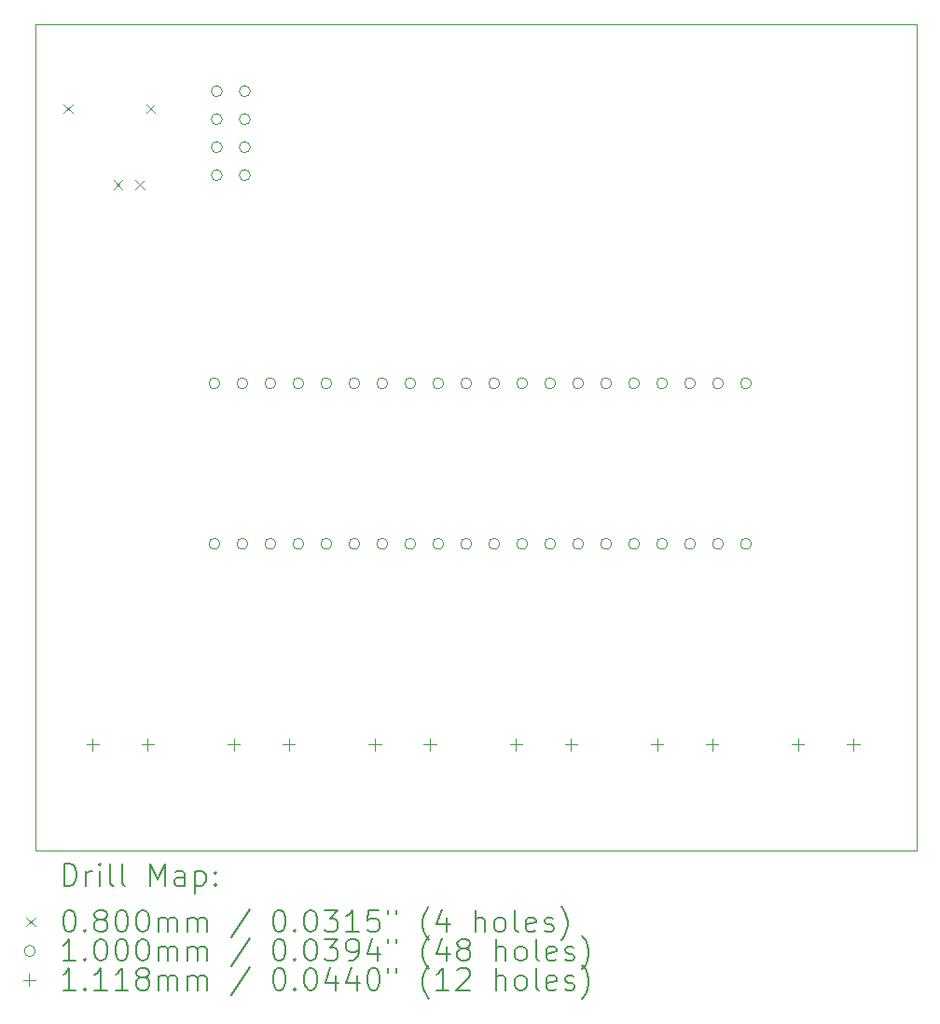
<source format=gbr>
%TF.GenerationSoftware,KiCad,Pcbnew,7.0.9*%
%TF.CreationDate,2024-01-09T15:59:06+02:00*%
%TF.ProjectId,PCB,5043422e-6b69-4636-9164-5f7063625858,rev?*%
%TF.SameCoordinates,Original*%
%TF.FileFunction,Drillmap*%
%TF.FilePolarity,Positive*%
%FSLAX45Y45*%
G04 Gerber Fmt 4.5, Leading zero omitted, Abs format (unit mm)*
G04 Created by KiCad (PCBNEW 7.0.9) date 2024-01-09 15:59:06*
%MOMM*%
%LPD*%
G01*
G04 APERTURE LIST*
%ADD10C,0.100000*%
%ADD11C,0.200000*%
%ADD12C,0.111760*%
G04 APERTURE END LIST*
D10*
X15358000Y-7848000D02*
X23358000Y-7848000D01*
X23358000Y-15348000D01*
X15358000Y-15348000D01*
X15358000Y-7848000D01*
D11*
D10*
X15609000Y-8572000D02*
X15689000Y-8652000D01*
X15689000Y-8572000D02*
X15609000Y-8652000D01*
X16064000Y-9262000D02*
X16144000Y-9342000D01*
X16144000Y-9262000D02*
X16064000Y-9342000D01*
X16264000Y-9262000D02*
X16344000Y-9342000D01*
X16344000Y-9262000D02*
X16264000Y-9342000D01*
X16359000Y-8572000D02*
X16439000Y-8652000D01*
X16439000Y-8572000D02*
X16359000Y-8652000D01*
X17029000Y-11103500D02*
G75*
G03*
X17029000Y-11103500I-50000J0D01*
G01*
X17029000Y-12561000D02*
G75*
G03*
X17029000Y-12561000I-50000J0D01*
G01*
X17050000Y-8452000D02*
G75*
G03*
X17050000Y-8452000I-50000J0D01*
G01*
X17050000Y-8706000D02*
G75*
G03*
X17050000Y-8706000I-50000J0D01*
G01*
X17050000Y-8960000D02*
G75*
G03*
X17050000Y-8960000I-50000J0D01*
G01*
X17050000Y-9214000D02*
G75*
G03*
X17050000Y-9214000I-50000J0D01*
G01*
X17283000Y-11103500D02*
G75*
G03*
X17283000Y-11103500I-50000J0D01*
G01*
X17283000Y-12561000D02*
G75*
G03*
X17283000Y-12561000I-50000J0D01*
G01*
X17304000Y-8452000D02*
G75*
G03*
X17304000Y-8452000I-50000J0D01*
G01*
X17304000Y-8706000D02*
G75*
G03*
X17304000Y-8706000I-50000J0D01*
G01*
X17304000Y-8960000D02*
G75*
G03*
X17304000Y-8960000I-50000J0D01*
G01*
X17304000Y-9214000D02*
G75*
G03*
X17304000Y-9214000I-50000J0D01*
G01*
X17537000Y-11103500D02*
G75*
G03*
X17537000Y-11103500I-50000J0D01*
G01*
X17537000Y-12561000D02*
G75*
G03*
X17537000Y-12561000I-50000J0D01*
G01*
X17791000Y-11103500D02*
G75*
G03*
X17791000Y-11103500I-50000J0D01*
G01*
X17791000Y-12561000D02*
G75*
G03*
X17791000Y-12561000I-50000J0D01*
G01*
X18045000Y-11103500D02*
G75*
G03*
X18045000Y-11103500I-50000J0D01*
G01*
X18045000Y-12561000D02*
G75*
G03*
X18045000Y-12561000I-50000J0D01*
G01*
X18299000Y-11103500D02*
G75*
G03*
X18299000Y-11103500I-50000J0D01*
G01*
X18299000Y-12561000D02*
G75*
G03*
X18299000Y-12561000I-50000J0D01*
G01*
X18553000Y-11103500D02*
G75*
G03*
X18553000Y-11103500I-50000J0D01*
G01*
X18553000Y-12561000D02*
G75*
G03*
X18553000Y-12561000I-50000J0D01*
G01*
X18807000Y-11103500D02*
G75*
G03*
X18807000Y-11103500I-50000J0D01*
G01*
X18807000Y-12561000D02*
G75*
G03*
X18807000Y-12561000I-50000J0D01*
G01*
X19061000Y-11103500D02*
G75*
G03*
X19061000Y-11103500I-50000J0D01*
G01*
X19061000Y-12561000D02*
G75*
G03*
X19061000Y-12561000I-50000J0D01*
G01*
X19315000Y-11103500D02*
G75*
G03*
X19315000Y-11103500I-50000J0D01*
G01*
X19315000Y-12561000D02*
G75*
G03*
X19315000Y-12561000I-50000J0D01*
G01*
X19569000Y-11103500D02*
G75*
G03*
X19569000Y-11103500I-50000J0D01*
G01*
X19569000Y-12561000D02*
G75*
G03*
X19569000Y-12561000I-50000J0D01*
G01*
X19823000Y-11103500D02*
G75*
G03*
X19823000Y-11103500I-50000J0D01*
G01*
X19823000Y-12561000D02*
G75*
G03*
X19823000Y-12561000I-50000J0D01*
G01*
X20077000Y-11103500D02*
G75*
G03*
X20077000Y-11103500I-50000J0D01*
G01*
X20077000Y-12561000D02*
G75*
G03*
X20077000Y-12561000I-50000J0D01*
G01*
X20331000Y-11103500D02*
G75*
G03*
X20331000Y-11103500I-50000J0D01*
G01*
X20331000Y-12561000D02*
G75*
G03*
X20331000Y-12561000I-50000J0D01*
G01*
X20585000Y-11103500D02*
G75*
G03*
X20585000Y-11103500I-50000J0D01*
G01*
X20585000Y-12561000D02*
G75*
G03*
X20585000Y-12561000I-50000J0D01*
G01*
X20839000Y-11103500D02*
G75*
G03*
X20839000Y-11103500I-50000J0D01*
G01*
X20839000Y-12561000D02*
G75*
G03*
X20839000Y-12561000I-50000J0D01*
G01*
X21093000Y-11103500D02*
G75*
G03*
X21093000Y-11103500I-50000J0D01*
G01*
X21093000Y-12561000D02*
G75*
G03*
X21093000Y-12561000I-50000J0D01*
G01*
X21347000Y-11103500D02*
G75*
G03*
X21347000Y-11103500I-50000J0D01*
G01*
X21347000Y-12561000D02*
G75*
G03*
X21347000Y-12561000I-50000J0D01*
G01*
X21601000Y-11103500D02*
G75*
G03*
X21601000Y-11103500I-50000J0D01*
G01*
X21601000Y-12561000D02*
G75*
G03*
X21601000Y-12561000I-50000J0D01*
G01*
X21855000Y-11103500D02*
G75*
G03*
X21855000Y-11103500I-50000J0D01*
G01*
X21855000Y-12561000D02*
G75*
G03*
X21855000Y-12561000I-50000J0D01*
G01*
D12*
X15873000Y-14325120D02*
X15873000Y-14436880D01*
X15817120Y-14381000D02*
X15928880Y-14381000D01*
X16373000Y-14325120D02*
X16373000Y-14436880D01*
X16317120Y-14381000D02*
X16428880Y-14381000D01*
X17154510Y-14325120D02*
X17154510Y-14436880D01*
X17098630Y-14381000D02*
X17210390Y-14381000D01*
X17654510Y-14325120D02*
X17654510Y-14436880D01*
X17598630Y-14381000D02*
X17710390Y-14381000D01*
X18436000Y-14325120D02*
X18436000Y-14436880D01*
X18380120Y-14381000D02*
X18491880Y-14381000D01*
X18936000Y-14325120D02*
X18936000Y-14436880D01*
X18880120Y-14381000D02*
X18991880Y-14381000D01*
X19717000Y-14325120D02*
X19717000Y-14436880D01*
X19661120Y-14381000D02*
X19772880Y-14381000D01*
X20217000Y-14325120D02*
X20217000Y-14436880D01*
X20161120Y-14381000D02*
X20272880Y-14381000D01*
X20998000Y-14325120D02*
X20998000Y-14436880D01*
X20942120Y-14381000D02*
X21053880Y-14381000D01*
X21498000Y-14325120D02*
X21498000Y-14436880D01*
X21442120Y-14381000D02*
X21553880Y-14381000D01*
X22279000Y-14325120D02*
X22279000Y-14436880D01*
X22223120Y-14381000D02*
X22334880Y-14381000D01*
X22779000Y-14325120D02*
X22779000Y-14436880D01*
X22723120Y-14381000D02*
X22834880Y-14381000D01*
D11*
X15613777Y-15664484D02*
X15613777Y-15464484D01*
X15613777Y-15464484D02*
X15661396Y-15464484D01*
X15661396Y-15464484D02*
X15689967Y-15474008D01*
X15689967Y-15474008D02*
X15709015Y-15493055D01*
X15709015Y-15493055D02*
X15718539Y-15512103D01*
X15718539Y-15512103D02*
X15728062Y-15550198D01*
X15728062Y-15550198D02*
X15728062Y-15578769D01*
X15728062Y-15578769D02*
X15718539Y-15616865D01*
X15718539Y-15616865D02*
X15709015Y-15635912D01*
X15709015Y-15635912D02*
X15689967Y-15654960D01*
X15689967Y-15654960D02*
X15661396Y-15664484D01*
X15661396Y-15664484D02*
X15613777Y-15664484D01*
X15813777Y-15664484D02*
X15813777Y-15531150D01*
X15813777Y-15569246D02*
X15823301Y-15550198D01*
X15823301Y-15550198D02*
X15832824Y-15540674D01*
X15832824Y-15540674D02*
X15851872Y-15531150D01*
X15851872Y-15531150D02*
X15870920Y-15531150D01*
X15937586Y-15664484D02*
X15937586Y-15531150D01*
X15937586Y-15464484D02*
X15928062Y-15474008D01*
X15928062Y-15474008D02*
X15937586Y-15483531D01*
X15937586Y-15483531D02*
X15947110Y-15474008D01*
X15947110Y-15474008D02*
X15937586Y-15464484D01*
X15937586Y-15464484D02*
X15937586Y-15483531D01*
X16061396Y-15664484D02*
X16042348Y-15654960D01*
X16042348Y-15654960D02*
X16032824Y-15635912D01*
X16032824Y-15635912D02*
X16032824Y-15464484D01*
X16166158Y-15664484D02*
X16147110Y-15654960D01*
X16147110Y-15654960D02*
X16137586Y-15635912D01*
X16137586Y-15635912D02*
X16137586Y-15464484D01*
X16394729Y-15664484D02*
X16394729Y-15464484D01*
X16394729Y-15464484D02*
X16461396Y-15607341D01*
X16461396Y-15607341D02*
X16528062Y-15464484D01*
X16528062Y-15464484D02*
X16528062Y-15664484D01*
X16709015Y-15664484D02*
X16709015Y-15559722D01*
X16709015Y-15559722D02*
X16699491Y-15540674D01*
X16699491Y-15540674D02*
X16680443Y-15531150D01*
X16680443Y-15531150D02*
X16642348Y-15531150D01*
X16642348Y-15531150D02*
X16623301Y-15540674D01*
X16709015Y-15654960D02*
X16689967Y-15664484D01*
X16689967Y-15664484D02*
X16642348Y-15664484D01*
X16642348Y-15664484D02*
X16623301Y-15654960D01*
X16623301Y-15654960D02*
X16613777Y-15635912D01*
X16613777Y-15635912D02*
X16613777Y-15616865D01*
X16613777Y-15616865D02*
X16623301Y-15597817D01*
X16623301Y-15597817D02*
X16642348Y-15588293D01*
X16642348Y-15588293D02*
X16689967Y-15588293D01*
X16689967Y-15588293D02*
X16709015Y-15578769D01*
X16804253Y-15531150D02*
X16804253Y-15731150D01*
X16804253Y-15540674D02*
X16823301Y-15531150D01*
X16823301Y-15531150D02*
X16861396Y-15531150D01*
X16861396Y-15531150D02*
X16880444Y-15540674D01*
X16880444Y-15540674D02*
X16889967Y-15550198D01*
X16889967Y-15550198D02*
X16899491Y-15569246D01*
X16899491Y-15569246D02*
X16899491Y-15626388D01*
X16899491Y-15626388D02*
X16889967Y-15645436D01*
X16889967Y-15645436D02*
X16880444Y-15654960D01*
X16880444Y-15654960D02*
X16861396Y-15664484D01*
X16861396Y-15664484D02*
X16823301Y-15664484D01*
X16823301Y-15664484D02*
X16804253Y-15654960D01*
X16985205Y-15645436D02*
X16994729Y-15654960D01*
X16994729Y-15654960D02*
X16985205Y-15664484D01*
X16985205Y-15664484D02*
X16975682Y-15654960D01*
X16975682Y-15654960D02*
X16985205Y-15645436D01*
X16985205Y-15645436D02*
X16985205Y-15664484D01*
X16985205Y-15540674D02*
X16994729Y-15550198D01*
X16994729Y-15550198D02*
X16985205Y-15559722D01*
X16985205Y-15559722D02*
X16975682Y-15550198D01*
X16975682Y-15550198D02*
X16985205Y-15540674D01*
X16985205Y-15540674D02*
X16985205Y-15559722D01*
D10*
X15273000Y-15953000D02*
X15353000Y-16033000D01*
X15353000Y-15953000D02*
X15273000Y-16033000D01*
D11*
X15651872Y-15884484D02*
X15670920Y-15884484D01*
X15670920Y-15884484D02*
X15689967Y-15894008D01*
X15689967Y-15894008D02*
X15699491Y-15903531D01*
X15699491Y-15903531D02*
X15709015Y-15922579D01*
X15709015Y-15922579D02*
X15718539Y-15960674D01*
X15718539Y-15960674D02*
X15718539Y-16008293D01*
X15718539Y-16008293D02*
X15709015Y-16046388D01*
X15709015Y-16046388D02*
X15699491Y-16065436D01*
X15699491Y-16065436D02*
X15689967Y-16074960D01*
X15689967Y-16074960D02*
X15670920Y-16084484D01*
X15670920Y-16084484D02*
X15651872Y-16084484D01*
X15651872Y-16084484D02*
X15632824Y-16074960D01*
X15632824Y-16074960D02*
X15623301Y-16065436D01*
X15623301Y-16065436D02*
X15613777Y-16046388D01*
X15613777Y-16046388D02*
X15604253Y-16008293D01*
X15604253Y-16008293D02*
X15604253Y-15960674D01*
X15604253Y-15960674D02*
X15613777Y-15922579D01*
X15613777Y-15922579D02*
X15623301Y-15903531D01*
X15623301Y-15903531D02*
X15632824Y-15894008D01*
X15632824Y-15894008D02*
X15651872Y-15884484D01*
X15804253Y-16065436D02*
X15813777Y-16074960D01*
X15813777Y-16074960D02*
X15804253Y-16084484D01*
X15804253Y-16084484D02*
X15794729Y-16074960D01*
X15794729Y-16074960D02*
X15804253Y-16065436D01*
X15804253Y-16065436D02*
X15804253Y-16084484D01*
X15928062Y-15970198D02*
X15909015Y-15960674D01*
X15909015Y-15960674D02*
X15899491Y-15951150D01*
X15899491Y-15951150D02*
X15889967Y-15932103D01*
X15889967Y-15932103D02*
X15889967Y-15922579D01*
X15889967Y-15922579D02*
X15899491Y-15903531D01*
X15899491Y-15903531D02*
X15909015Y-15894008D01*
X15909015Y-15894008D02*
X15928062Y-15884484D01*
X15928062Y-15884484D02*
X15966158Y-15884484D01*
X15966158Y-15884484D02*
X15985205Y-15894008D01*
X15985205Y-15894008D02*
X15994729Y-15903531D01*
X15994729Y-15903531D02*
X16004253Y-15922579D01*
X16004253Y-15922579D02*
X16004253Y-15932103D01*
X16004253Y-15932103D02*
X15994729Y-15951150D01*
X15994729Y-15951150D02*
X15985205Y-15960674D01*
X15985205Y-15960674D02*
X15966158Y-15970198D01*
X15966158Y-15970198D02*
X15928062Y-15970198D01*
X15928062Y-15970198D02*
X15909015Y-15979722D01*
X15909015Y-15979722D02*
X15899491Y-15989246D01*
X15899491Y-15989246D02*
X15889967Y-16008293D01*
X15889967Y-16008293D02*
X15889967Y-16046388D01*
X15889967Y-16046388D02*
X15899491Y-16065436D01*
X15899491Y-16065436D02*
X15909015Y-16074960D01*
X15909015Y-16074960D02*
X15928062Y-16084484D01*
X15928062Y-16084484D02*
X15966158Y-16084484D01*
X15966158Y-16084484D02*
X15985205Y-16074960D01*
X15985205Y-16074960D02*
X15994729Y-16065436D01*
X15994729Y-16065436D02*
X16004253Y-16046388D01*
X16004253Y-16046388D02*
X16004253Y-16008293D01*
X16004253Y-16008293D02*
X15994729Y-15989246D01*
X15994729Y-15989246D02*
X15985205Y-15979722D01*
X15985205Y-15979722D02*
X15966158Y-15970198D01*
X16128062Y-15884484D02*
X16147110Y-15884484D01*
X16147110Y-15884484D02*
X16166158Y-15894008D01*
X16166158Y-15894008D02*
X16175682Y-15903531D01*
X16175682Y-15903531D02*
X16185205Y-15922579D01*
X16185205Y-15922579D02*
X16194729Y-15960674D01*
X16194729Y-15960674D02*
X16194729Y-16008293D01*
X16194729Y-16008293D02*
X16185205Y-16046388D01*
X16185205Y-16046388D02*
X16175682Y-16065436D01*
X16175682Y-16065436D02*
X16166158Y-16074960D01*
X16166158Y-16074960D02*
X16147110Y-16084484D01*
X16147110Y-16084484D02*
X16128062Y-16084484D01*
X16128062Y-16084484D02*
X16109015Y-16074960D01*
X16109015Y-16074960D02*
X16099491Y-16065436D01*
X16099491Y-16065436D02*
X16089967Y-16046388D01*
X16089967Y-16046388D02*
X16080443Y-16008293D01*
X16080443Y-16008293D02*
X16080443Y-15960674D01*
X16080443Y-15960674D02*
X16089967Y-15922579D01*
X16089967Y-15922579D02*
X16099491Y-15903531D01*
X16099491Y-15903531D02*
X16109015Y-15894008D01*
X16109015Y-15894008D02*
X16128062Y-15884484D01*
X16318539Y-15884484D02*
X16337586Y-15884484D01*
X16337586Y-15884484D02*
X16356634Y-15894008D01*
X16356634Y-15894008D02*
X16366158Y-15903531D01*
X16366158Y-15903531D02*
X16375682Y-15922579D01*
X16375682Y-15922579D02*
X16385205Y-15960674D01*
X16385205Y-15960674D02*
X16385205Y-16008293D01*
X16385205Y-16008293D02*
X16375682Y-16046388D01*
X16375682Y-16046388D02*
X16366158Y-16065436D01*
X16366158Y-16065436D02*
X16356634Y-16074960D01*
X16356634Y-16074960D02*
X16337586Y-16084484D01*
X16337586Y-16084484D02*
X16318539Y-16084484D01*
X16318539Y-16084484D02*
X16299491Y-16074960D01*
X16299491Y-16074960D02*
X16289967Y-16065436D01*
X16289967Y-16065436D02*
X16280443Y-16046388D01*
X16280443Y-16046388D02*
X16270920Y-16008293D01*
X16270920Y-16008293D02*
X16270920Y-15960674D01*
X16270920Y-15960674D02*
X16280443Y-15922579D01*
X16280443Y-15922579D02*
X16289967Y-15903531D01*
X16289967Y-15903531D02*
X16299491Y-15894008D01*
X16299491Y-15894008D02*
X16318539Y-15884484D01*
X16470920Y-16084484D02*
X16470920Y-15951150D01*
X16470920Y-15970198D02*
X16480443Y-15960674D01*
X16480443Y-15960674D02*
X16499491Y-15951150D01*
X16499491Y-15951150D02*
X16528063Y-15951150D01*
X16528063Y-15951150D02*
X16547110Y-15960674D01*
X16547110Y-15960674D02*
X16556634Y-15979722D01*
X16556634Y-15979722D02*
X16556634Y-16084484D01*
X16556634Y-15979722D02*
X16566158Y-15960674D01*
X16566158Y-15960674D02*
X16585205Y-15951150D01*
X16585205Y-15951150D02*
X16613777Y-15951150D01*
X16613777Y-15951150D02*
X16632824Y-15960674D01*
X16632824Y-15960674D02*
X16642348Y-15979722D01*
X16642348Y-15979722D02*
X16642348Y-16084484D01*
X16737586Y-16084484D02*
X16737586Y-15951150D01*
X16737586Y-15970198D02*
X16747110Y-15960674D01*
X16747110Y-15960674D02*
X16766158Y-15951150D01*
X16766158Y-15951150D02*
X16794729Y-15951150D01*
X16794729Y-15951150D02*
X16813777Y-15960674D01*
X16813777Y-15960674D02*
X16823301Y-15979722D01*
X16823301Y-15979722D02*
X16823301Y-16084484D01*
X16823301Y-15979722D02*
X16832825Y-15960674D01*
X16832825Y-15960674D02*
X16851872Y-15951150D01*
X16851872Y-15951150D02*
X16880444Y-15951150D01*
X16880444Y-15951150D02*
X16899491Y-15960674D01*
X16899491Y-15960674D02*
X16909015Y-15979722D01*
X16909015Y-15979722D02*
X16909015Y-16084484D01*
X17299491Y-15874960D02*
X17128063Y-16132103D01*
X17556634Y-15884484D02*
X17575682Y-15884484D01*
X17575682Y-15884484D02*
X17594729Y-15894008D01*
X17594729Y-15894008D02*
X17604253Y-15903531D01*
X17604253Y-15903531D02*
X17613777Y-15922579D01*
X17613777Y-15922579D02*
X17623301Y-15960674D01*
X17623301Y-15960674D02*
X17623301Y-16008293D01*
X17623301Y-16008293D02*
X17613777Y-16046388D01*
X17613777Y-16046388D02*
X17604253Y-16065436D01*
X17604253Y-16065436D02*
X17594729Y-16074960D01*
X17594729Y-16074960D02*
X17575682Y-16084484D01*
X17575682Y-16084484D02*
X17556634Y-16084484D01*
X17556634Y-16084484D02*
X17537587Y-16074960D01*
X17537587Y-16074960D02*
X17528063Y-16065436D01*
X17528063Y-16065436D02*
X17518539Y-16046388D01*
X17518539Y-16046388D02*
X17509015Y-16008293D01*
X17509015Y-16008293D02*
X17509015Y-15960674D01*
X17509015Y-15960674D02*
X17518539Y-15922579D01*
X17518539Y-15922579D02*
X17528063Y-15903531D01*
X17528063Y-15903531D02*
X17537587Y-15894008D01*
X17537587Y-15894008D02*
X17556634Y-15884484D01*
X17709015Y-16065436D02*
X17718539Y-16074960D01*
X17718539Y-16074960D02*
X17709015Y-16084484D01*
X17709015Y-16084484D02*
X17699491Y-16074960D01*
X17699491Y-16074960D02*
X17709015Y-16065436D01*
X17709015Y-16065436D02*
X17709015Y-16084484D01*
X17842348Y-15884484D02*
X17861396Y-15884484D01*
X17861396Y-15884484D02*
X17880444Y-15894008D01*
X17880444Y-15894008D02*
X17889968Y-15903531D01*
X17889968Y-15903531D02*
X17899491Y-15922579D01*
X17899491Y-15922579D02*
X17909015Y-15960674D01*
X17909015Y-15960674D02*
X17909015Y-16008293D01*
X17909015Y-16008293D02*
X17899491Y-16046388D01*
X17899491Y-16046388D02*
X17889968Y-16065436D01*
X17889968Y-16065436D02*
X17880444Y-16074960D01*
X17880444Y-16074960D02*
X17861396Y-16084484D01*
X17861396Y-16084484D02*
X17842348Y-16084484D01*
X17842348Y-16084484D02*
X17823301Y-16074960D01*
X17823301Y-16074960D02*
X17813777Y-16065436D01*
X17813777Y-16065436D02*
X17804253Y-16046388D01*
X17804253Y-16046388D02*
X17794729Y-16008293D01*
X17794729Y-16008293D02*
X17794729Y-15960674D01*
X17794729Y-15960674D02*
X17804253Y-15922579D01*
X17804253Y-15922579D02*
X17813777Y-15903531D01*
X17813777Y-15903531D02*
X17823301Y-15894008D01*
X17823301Y-15894008D02*
X17842348Y-15884484D01*
X17975682Y-15884484D02*
X18099491Y-15884484D01*
X18099491Y-15884484D02*
X18032825Y-15960674D01*
X18032825Y-15960674D02*
X18061396Y-15960674D01*
X18061396Y-15960674D02*
X18080444Y-15970198D01*
X18080444Y-15970198D02*
X18089968Y-15979722D01*
X18089968Y-15979722D02*
X18099491Y-15998769D01*
X18099491Y-15998769D02*
X18099491Y-16046388D01*
X18099491Y-16046388D02*
X18089968Y-16065436D01*
X18089968Y-16065436D02*
X18080444Y-16074960D01*
X18080444Y-16074960D02*
X18061396Y-16084484D01*
X18061396Y-16084484D02*
X18004253Y-16084484D01*
X18004253Y-16084484D02*
X17985206Y-16074960D01*
X17985206Y-16074960D02*
X17975682Y-16065436D01*
X18289968Y-16084484D02*
X18175682Y-16084484D01*
X18232825Y-16084484D02*
X18232825Y-15884484D01*
X18232825Y-15884484D02*
X18213777Y-15913055D01*
X18213777Y-15913055D02*
X18194729Y-15932103D01*
X18194729Y-15932103D02*
X18175682Y-15941627D01*
X18470920Y-15884484D02*
X18375682Y-15884484D01*
X18375682Y-15884484D02*
X18366158Y-15979722D01*
X18366158Y-15979722D02*
X18375682Y-15970198D01*
X18375682Y-15970198D02*
X18394729Y-15960674D01*
X18394729Y-15960674D02*
X18442349Y-15960674D01*
X18442349Y-15960674D02*
X18461396Y-15970198D01*
X18461396Y-15970198D02*
X18470920Y-15979722D01*
X18470920Y-15979722D02*
X18480444Y-15998769D01*
X18480444Y-15998769D02*
X18480444Y-16046388D01*
X18480444Y-16046388D02*
X18470920Y-16065436D01*
X18470920Y-16065436D02*
X18461396Y-16074960D01*
X18461396Y-16074960D02*
X18442349Y-16084484D01*
X18442349Y-16084484D02*
X18394729Y-16084484D01*
X18394729Y-16084484D02*
X18375682Y-16074960D01*
X18375682Y-16074960D02*
X18366158Y-16065436D01*
X18556634Y-15884484D02*
X18556634Y-15922579D01*
X18632825Y-15884484D02*
X18632825Y-15922579D01*
X18928063Y-16160674D02*
X18918539Y-16151150D01*
X18918539Y-16151150D02*
X18899491Y-16122579D01*
X18899491Y-16122579D02*
X18889968Y-16103531D01*
X18889968Y-16103531D02*
X18880444Y-16074960D01*
X18880444Y-16074960D02*
X18870920Y-16027341D01*
X18870920Y-16027341D02*
X18870920Y-15989246D01*
X18870920Y-15989246D02*
X18880444Y-15941627D01*
X18880444Y-15941627D02*
X18889968Y-15913055D01*
X18889968Y-15913055D02*
X18899491Y-15894008D01*
X18899491Y-15894008D02*
X18918539Y-15865436D01*
X18918539Y-15865436D02*
X18928063Y-15855912D01*
X19089968Y-15951150D02*
X19089968Y-16084484D01*
X19042349Y-15874960D02*
X18994730Y-16017817D01*
X18994730Y-16017817D02*
X19118539Y-16017817D01*
X19347111Y-16084484D02*
X19347111Y-15884484D01*
X19432825Y-16084484D02*
X19432825Y-15979722D01*
X19432825Y-15979722D02*
X19423301Y-15960674D01*
X19423301Y-15960674D02*
X19404253Y-15951150D01*
X19404253Y-15951150D02*
X19375682Y-15951150D01*
X19375682Y-15951150D02*
X19356634Y-15960674D01*
X19356634Y-15960674D02*
X19347111Y-15970198D01*
X19556634Y-16084484D02*
X19537587Y-16074960D01*
X19537587Y-16074960D02*
X19528063Y-16065436D01*
X19528063Y-16065436D02*
X19518539Y-16046388D01*
X19518539Y-16046388D02*
X19518539Y-15989246D01*
X19518539Y-15989246D02*
X19528063Y-15970198D01*
X19528063Y-15970198D02*
X19537587Y-15960674D01*
X19537587Y-15960674D02*
X19556634Y-15951150D01*
X19556634Y-15951150D02*
X19585206Y-15951150D01*
X19585206Y-15951150D02*
X19604253Y-15960674D01*
X19604253Y-15960674D02*
X19613777Y-15970198D01*
X19613777Y-15970198D02*
X19623301Y-15989246D01*
X19623301Y-15989246D02*
X19623301Y-16046388D01*
X19623301Y-16046388D02*
X19613777Y-16065436D01*
X19613777Y-16065436D02*
X19604253Y-16074960D01*
X19604253Y-16074960D02*
X19585206Y-16084484D01*
X19585206Y-16084484D02*
X19556634Y-16084484D01*
X19737587Y-16084484D02*
X19718539Y-16074960D01*
X19718539Y-16074960D02*
X19709015Y-16055912D01*
X19709015Y-16055912D02*
X19709015Y-15884484D01*
X19889968Y-16074960D02*
X19870920Y-16084484D01*
X19870920Y-16084484D02*
X19832825Y-16084484D01*
X19832825Y-16084484D02*
X19813777Y-16074960D01*
X19813777Y-16074960D02*
X19804253Y-16055912D01*
X19804253Y-16055912D02*
X19804253Y-15979722D01*
X19804253Y-15979722D02*
X19813777Y-15960674D01*
X19813777Y-15960674D02*
X19832825Y-15951150D01*
X19832825Y-15951150D02*
X19870920Y-15951150D01*
X19870920Y-15951150D02*
X19889968Y-15960674D01*
X19889968Y-15960674D02*
X19899492Y-15979722D01*
X19899492Y-15979722D02*
X19899492Y-15998769D01*
X19899492Y-15998769D02*
X19804253Y-16017817D01*
X19975682Y-16074960D02*
X19994730Y-16084484D01*
X19994730Y-16084484D02*
X20032825Y-16084484D01*
X20032825Y-16084484D02*
X20051873Y-16074960D01*
X20051873Y-16074960D02*
X20061396Y-16055912D01*
X20061396Y-16055912D02*
X20061396Y-16046388D01*
X20061396Y-16046388D02*
X20051873Y-16027341D01*
X20051873Y-16027341D02*
X20032825Y-16017817D01*
X20032825Y-16017817D02*
X20004253Y-16017817D01*
X20004253Y-16017817D02*
X19985206Y-16008293D01*
X19985206Y-16008293D02*
X19975682Y-15989246D01*
X19975682Y-15989246D02*
X19975682Y-15979722D01*
X19975682Y-15979722D02*
X19985206Y-15960674D01*
X19985206Y-15960674D02*
X20004253Y-15951150D01*
X20004253Y-15951150D02*
X20032825Y-15951150D01*
X20032825Y-15951150D02*
X20051873Y-15960674D01*
X20128063Y-16160674D02*
X20137587Y-16151150D01*
X20137587Y-16151150D02*
X20156634Y-16122579D01*
X20156634Y-16122579D02*
X20166158Y-16103531D01*
X20166158Y-16103531D02*
X20175682Y-16074960D01*
X20175682Y-16074960D02*
X20185206Y-16027341D01*
X20185206Y-16027341D02*
X20185206Y-15989246D01*
X20185206Y-15989246D02*
X20175682Y-15941627D01*
X20175682Y-15941627D02*
X20166158Y-15913055D01*
X20166158Y-15913055D02*
X20156634Y-15894008D01*
X20156634Y-15894008D02*
X20137587Y-15865436D01*
X20137587Y-15865436D02*
X20128063Y-15855912D01*
D10*
X15353000Y-16257000D02*
G75*
G03*
X15353000Y-16257000I-50000J0D01*
G01*
D11*
X15718539Y-16348484D02*
X15604253Y-16348484D01*
X15661396Y-16348484D02*
X15661396Y-16148484D01*
X15661396Y-16148484D02*
X15642348Y-16177055D01*
X15642348Y-16177055D02*
X15623301Y-16196103D01*
X15623301Y-16196103D02*
X15604253Y-16205627D01*
X15804253Y-16329436D02*
X15813777Y-16338960D01*
X15813777Y-16338960D02*
X15804253Y-16348484D01*
X15804253Y-16348484D02*
X15794729Y-16338960D01*
X15794729Y-16338960D02*
X15804253Y-16329436D01*
X15804253Y-16329436D02*
X15804253Y-16348484D01*
X15937586Y-16148484D02*
X15956634Y-16148484D01*
X15956634Y-16148484D02*
X15975682Y-16158008D01*
X15975682Y-16158008D02*
X15985205Y-16167531D01*
X15985205Y-16167531D02*
X15994729Y-16186579D01*
X15994729Y-16186579D02*
X16004253Y-16224674D01*
X16004253Y-16224674D02*
X16004253Y-16272293D01*
X16004253Y-16272293D02*
X15994729Y-16310388D01*
X15994729Y-16310388D02*
X15985205Y-16329436D01*
X15985205Y-16329436D02*
X15975682Y-16338960D01*
X15975682Y-16338960D02*
X15956634Y-16348484D01*
X15956634Y-16348484D02*
X15937586Y-16348484D01*
X15937586Y-16348484D02*
X15918539Y-16338960D01*
X15918539Y-16338960D02*
X15909015Y-16329436D01*
X15909015Y-16329436D02*
X15899491Y-16310388D01*
X15899491Y-16310388D02*
X15889967Y-16272293D01*
X15889967Y-16272293D02*
X15889967Y-16224674D01*
X15889967Y-16224674D02*
X15899491Y-16186579D01*
X15899491Y-16186579D02*
X15909015Y-16167531D01*
X15909015Y-16167531D02*
X15918539Y-16158008D01*
X15918539Y-16158008D02*
X15937586Y-16148484D01*
X16128062Y-16148484D02*
X16147110Y-16148484D01*
X16147110Y-16148484D02*
X16166158Y-16158008D01*
X16166158Y-16158008D02*
X16175682Y-16167531D01*
X16175682Y-16167531D02*
X16185205Y-16186579D01*
X16185205Y-16186579D02*
X16194729Y-16224674D01*
X16194729Y-16224674D02*
X16194729Y-16272293D01*
X16194729Y-16272293D02*
X16185205Y-16310388D01*
X16185205Y-16310388D02*
X16175682Y-16329436D01*
X16175682Y-16329436D02*
X16166158Y-16338960D01*
X16166158Y-16338960D02*
X16147110Y-16348484D01*
X16147110Y-16348484D02*
X16128062Y-16348484D01*
X16128062Y-16348484D02*
X16109015Y-16338960D01*
X16109015Y-16338960D02*
X16099491Y-16329436D01*
X16099491Y-16329436D02*
X16089967Y-16310388D01*
X16089967Y-16310388D02*
X16080443Y-16272293D01*
X16080443Y-16272293D02*
X16080443Y-16224674D01*
X16080443Y-16224674D02*
X16089967Y-16186579D01*
X16089967Y-16186579D02*
X16099491Y-16167531D01*
X16099491Y-16167531D02*
X16109015Y-16158008D01*
X16109015Y-16158008D02*
X16128062Y-16148484D01*
X16318539Y-16148484D02*
X16337586Y-16148484D01*
X16337586Y-16148484D02*
X16356634Y-16158008D01*
X16356634Y-16158008D02*
X16366158Y-16167531D01*
X16366158Y-16167531D02*
X16375682Y-16186579D01*
X16375682Y-16186579D02*
X16385205Y-16224674D01*
X16385205Y-16224674D02*
X16385205Y-16272293D01*
X16385205Y-16272293D02*
X16375682Y-16310388D01*
X16375682Y-16310388D02*
X16366158Y-16329436D01*
X16366158Y-16329436D02*
X16356634Y-16338960D01*
X16356634Y-16338960D02*
X16337586Y-16348484D01*
X16337586Y-16348484D02*
X16318539Y-16348484D01*
X16318539Y-16348484D02*
X16299491Y-16338960D01*
X16299491Y-16338960D02*
X16289967Y-16329436D01*
X16289967Y-16329436D02*
X16280443Y-16310388D01*
X16280443Y-16310388D02*
X16270920Y-16272293D01*
X16270920Y-16272293D02*
X16270920Y-16224674D01*
X16270920Y-16224674D02*
X16280443Y-16186579D01*
X16280443Y-16186579D02*
X16289967Y-16167531D01*
X16289967Y-16167531D02*
X16299491Y-16158008D01*
X16299491Y-16158008D02*
X16318539Y-16148484D01*
X16470920Y-16348484D02*
X16470920Y-16215150D01*
X16470920Y-16234198D02*
X16480443Y-16224674D01*
X16480443Y-16224674D02*
X16499491Y-16215150D01*
X16499491Y-16215150D02*
X16528063Y-16215150D01*
X16528063Y-16215150D02*
X16547110Y-16224674D01*
X16547110Y-16224674D02*
X16556634Y-16243722D01*
X16556634Y-16243722D02*
X16556634Y-16348484D01*
X16556634Y-16243722D02*
X16566158Y-16224674D01*
X16566158Y-16224674D02*
X16585205Y-16215150D01*
X16585205Y-16215150D02*
X16613777Y-16215150D01*
X16613777Y-16215150D02*
X16632824Y-16224674D01*
X16632824Y-16224674D02*
X16642348Y-16243722D01*
X16642348Y-16243722D02*
X16642348Y-16348484D01*
X16737586Y-16348484D02*
X16737586Y-16215150D01*
X16737586Y-16234198D02*
X16747110Y-16224674D01*
X16747110Y-16224674D02*
X16766158Y-16215150D01*
X16766158Y-16215150D02*
X16794729Y-16215150D01*
X16794729Y-16215150D02*
X16813777Y-16224674D01*
X16813777Y-16224674D02*
X16823301Y-16243722D01*
X16823301Y-16243722D02*
X16823301Y-16348484D01*
X16823301Y-16243722D02*
X16832825Y-16224674D01*
X16832825Y-16224674D02*
X16851872Y-16215150D01*
X16851872Y-16215150D02*
X16880444Y-16215150D01*
X16880444Y-16215150D02*
X16899491Y-16224674D01*
X16899491Y-16224674D02*
X16909015Y-16243722D01*
X16909015Y-16243722D02*
X16909015Y-16348484D01*
X17299491Y-16138960D02*
X17128063Y-16396103D01*
X17556634Y-16148484D02*
X17575682Y-16148484D01*
X17575682Y-16148484D02*
X17594729Y-16158008D01*
X17594729Y-16158008D02*
X17604253Y-16167531D01*
X17604253Y-16167531D02*
X17613777Y-16186579D01*
X17613777Y-16186579D02*
X17623301Y-16224674D01*
X17623301Y-16224674D02*
X17623301Y-16272293D01*
X17623301Y-16272293D02*
X17613777Y-16310388D01*
X17613777Y-16310388D02*
X17604253Y-16329436D01*
X17604253Y-16329436D02*
X17594729Y-16338960D01*
X17594729Y-16338960D02*
X17575682Y-16348484D01*
X17575682Y-16348484D02*
X17556634Y-16348484D01*
X17556634Y-16348484D02*
X17537587Y-16338960D01*
X17537587Y-16338960D02*
X17528063Y-16329436D01*
X17528063Y-16329436D02*
X17518539Y-16310388D01*
X17518539Y-16310388D02*
X17509015Y-16272293D01*
X17509015Y-16272293D02*
X17509015Y-16224674D01*
X17509015Y-16224674D02*
X17518539Y-16186579D01*
X17518539Y-16186579D02*
X17528063Y-16167531D01*
X17528063Y-16167531D02*
X17537587Y-16158008D01*
X17537587Y-16158008D02*
X17556634Y-16148484D01*
X17709015Y-16329436D02*
X17718539Y-16338960D01*
X17718539Y-16338960D02*
X17709015Y-16348484D01*
X17709015Y-16348484D02*
X17699491Y-16338960D01*
X17699491Y-16338960D02*
X17709015Y-16329436D01*
X17709015Y-16329436D02*
X17709015Y-16348484D01*
X17842348Y-16148484D02*
X17861396Y-16148484D01*
X17861396Y-16148484D02*
X17880444Y-16158008D01*
X17880444Y-16158008D02*
X17889968Y-16167531D01*
X17889968Y-16167531D02*
X17899491Y-16186579D01*
X17899491Y-16186579D02*
X17909015Y-16224674D01*
X17909015Y-16224674D02*
X17909015Y-16272293D01*
X17909015Y-16272293D02*
X17899491Y-16310388D01*
X17899491Y-16310388D02*
X17889968Y-16329436D01*
X17889968Y-16329436D02*
X17880444Y-16338960D01*
X17880444Y-16338960D02*
X17861396Y-16348484D01*
X17861396Y-16348484D02*
X17842348Y-16348484D01*
X17842348Y-16348484D02*
X17823301Y-16338960D01*
X17823301Y-16338960D02*
X17813777Y-16329436D01*
X17813777Y-16329436D02*
X17804253Y-16310388D01*
X17804253Y-16310388D02*
X17794729Y-16272293D01*
X17794729Y-16272293D02*
X17794729Y-16224674D01*
X17794729Y-16224674D02*
X17804253Y-16186579D01*
X17804253Y-16186579D02*
X17813777Y-16167531D01*
X17813777Y-16167531D02*
X17823301Y-16158008D01*
X17823301Y-16158008D02*
X17842348Y-16148484D01*
X17975682Y-16148484D02*
X18099491Y-16148484D01*
X18099491Y-16148484D02*
X18032825Y-16224674D01*
X18032825Y-16224674D02*
X18061396Y-16224674D01*
X18061396Y-16224674D02*
X18080444Y-16234198D01*
X18080444Y-16234198D02*
X18089968Y-16243722D01*
X18089968Y-16243722D02*
X18099491Y-16262769D01*
X18099491Y-16262769D02*
X18099491Y-16310388D01*
X18099491Y-16310388D02*
X18089968Y-16329436D01*
X18089968Y-16329436D02*
X18080444Y-16338960D01*
X18080444Y-16338960D02*
X18061396Y-16348484D01*
X18061396Y-16348484D02*
X18004253Y-16348484D01*
X18004253Y-16348484D02*
X17985206Y-16338960D01*
X17985206Y-16338960D02*
X17975682Y-16329436D01*
X18194729Y-16348484D02*
X18232825Y-16348484D01*
X18232825Y-16348484D02*
X18251872Y-16338960D01*
X18251872Y-16338960D02*
X18261396Y-16329436D01*
X18261396Y-16329436D02*
X18280444Y-16300865D01*
X18280444Y-16300865D02*
X18289968Y-16262769D01*
X18289968Y-16262769D02*
X18289968Y-16186579D01*
X18289968Y-16186579D02*
X18280444Y-16167531D01*
X18280444Y-16167531D02*
X18270920Y-16158008D01*
X18270920Y-16158008D02*
X18251872Y-16148484D01*
X18251872Y-16148484D02*
X18213777Y-16148484D01*
X18213777Y-16148484D02*
X18194729Y-16158008D01*
X18194729Y-16158008D02*
X18185206Y-16167531D01*
X18185206Y-16167531D02*
X18175682Y-16186579D01*
X18175682Y-16186579D02*
X18175682Y-16234198D01*
X18175682Y-16234198D02*
X18185206Y-16253246D01*
X18185206Y-16253246D02*
X18194729Y-16262769D01*
X18194729Y-16262769D02*
X18213777Y-16272293D01*
X18213777Y-16272293D02*
X18251872Y-16272293D01*
X18251872Y-16272293D02*
X18270920Y-16262769D01*
X18270920Y-16262769D02*
X18280444Y-16253246D01*
X18280444Y-16253246D02*
X18289968Y-16234198D01*
X18461396Y-16215150D02*
X18461396Y-16348484D01*
X18413777Y-16138960D02*
X18366158Y-16281817D01*
X18366158Y-16281817D02*
X18489968Y-16281817D01*
X18556634Y-16148484D02*
X18556634Y-16186579D01*
X18632825Y-16148484D02*
X18632825Y-16186579D01*
X18928063Y-16424674D02*
X18918539Y-16415150D01*
X18918539Y-16415150D02*
X18899491Y-16386579D01*
X18899491Y-16386579D02*
X18889968Y-16367531D01*
X18889968Y-16367531D02*
X18880444Y-16338960D01*
X18880444Y-16338960D02*
X18870920Y-16291341D01*
X18870920Y-16291341D02*
X18870920Y-16253246D01*
X18870920Y-16253246D02*
X18880444Y-16205627D01*
X18880444Y-16205627D02*
X18889968Y-16177055D01*
X18889968Y-16177055D02*
X18899491Y-16158008D01*
X18899491Y-16158008D02*
X18918539Y-16129436D01*
X18918539Y-16129436D02*
X18928063Y-16119912D01*
X19089968Y-16215150D02*
X19089968Y-16348484D01*
X19042349Y-16138960D02*
X18994730Y-16281817D01*
X18994730Y-16281817D02*
X19118539Y-16281817D01*
X19223301Y-16234198D02*
X19204253Y-16224674D01*
X19204253Y-16224674D02*
X19194730Y-16215150D01*
X19194730Y-16215150D02*
X19185206Y-16196103D01*
X19185206Y-16196103D02*
X19185206Y-16186579D01*
X19185206Y-16186579D02*
X19194730Y-16167531D01*
X19194730Y-16167531D02*
X19204253Y-16158008D01*
X19204253Y-16158008D02*
X19223301Y-16148484D01*
X19223301Y-16148484D02*
X19261396Y-16148484D01*
X19261396Y-16148484D02*
X19280444Y-16158008D01*
X19280444Y-16158008D02*
X19289968Y-16167531D01*
X19289968Y-16167531D02*
X19299491Y-16186579D01*
X19299491Y-16186579D02*
X19299491Y-16196103D01*
X19299491Y-16196103D02*
X19289968Y-16215150D01*
X19289968Y-16215150D02*
X19280444Y-16224674D01*
X19280444Y-16224674D02*
X19261396Y-16234198D01*
X19261396Y-16234198D02*
X19223301Y-16234198D01*
X19223301Y-16234198D02*
X19204253Y-16243722D01*
X19204253Y-16243722D02*
X19194730Y-16253246D01*
X19194730Y-16253246D02*
X19185206Y-16272293D01*
X19185206Y-16272293D02*
X19185206Y-16310388D01*
X19185206Y-16310388D02*
X19194730Y-16329436D01*
X19194730Y-16329436D02*
X19204253Y-16338960D01*
X19204253Y-16338960D02*
X19223301Y-16348484D01*
X19223301Y-16348484D02*
X19261396Y-16348484D01*
X19261396Y-16348484D02*
X19280444Y-16338960D01*
X19280444Y-16338960D02*
X19289968Y-16329436D01*
X19289968Y-16329436D02*
X19299491Y-16310388D01*
X19299491Y-16310388D02*
X19299491Y-16272293D01*
X19299491Y-16272293D02*
X19289968Y-16253246D01*
X19289968Y-16253246D02*
X19280444Y-16243722D01*
X19280444Y-16243722D02*
X19261396Y-16234198D01*
X19537587Y-16348484D02*
X19537587Y-16148484D01*
X19623301Y-16348484D02*
X19623301Y-16243722D01*
X19623301Y-16243722D02*
X19613777Y-16224674D01*
X19613777Y-16224674D02*
X19594730Y-16215150D01*
X19594730Y-16215150D02*
X19566158Y-16215150D01*
X19566158Y-16215150D02*
X19547111Y-16224674D01*
X19547111Y-16224674D02*
X19537587Y-16234198D01*
X19747111Y-16348484D02*
X19728063Y-16338960D01*
X19728063Y-16338960D02*
X19718539Y-16329436D01*
X19718539Y-16329436D02*
X19709015Y-16310388D01*
X19709015Y-16310388D02*
X19709015Y-16253246D01*
X19709015Y-16253246D02*
X19718539Y-16234198D01*
X19718539Y-16234198D02*
X19728063Y-16224674D01*
X19728063Y-16224674D02*
X19747111Y-16215150D01*
X19747111Y-16215150D02*
X19775682Y-16215150D01*
X19775682Y-16215150D02*
X19794730Y-16224674D01*
X19794730Y-16224674D02*
X19804253Y-16234198D01*
X19804253Y-16234198D02*
X19813777Y-16253246D01*
X19813777Y-16253246D02*
X19813777Y-16310388D01*
X19813777Y-16310388D02*
X19804253Y-16329436D01*
X19804253Y-16329436D02*
X19794730Y-16338960D01*
X19794730Y-16338960D02*
X19775682Y-16348484D01*
X19775682Y-16348484D02*
X19747111Y-16348484D01*
X19928063Y-16348484D02*
X19909015Y-16338960D01*
X19909015Y-16338960D02*
X19899492Y-16319912D01*
X19899492Y-16319912D02*
X19899492Y-16148484D01*
X20080444Y-16338960D02*
X20061396Y-16348484D01*
X20061396Y-16348484D02*
X20023301Y-16348484D01*
X20023301Y-16348484D02*
X20004253Y-16338960D01*
X20004253Y-16338960D02*
X19994730Y-16319912D01*
X19994730Y-16319912D02*
X19994730Y-16243722D01*
X19994730Y-16243722D02*
X20004253Y-16224674D01*
X20004253Y-16224674D02*
X20023301Y-16215150D01*
X20023301Y-16215150D02*
X20061396Y-16215150D01*
X20061396Y-16215150D02*
X20080444Y-16224674D01*
X20080444Y-16224674D02*
X20089968Y-16243722D01*
X20089968Y-16243722D02*
X20089968Y-16262769D01*
X20089968Y-16262769D02*
X19994730Y-16281817D01*
X20166158Y-16338960D02*
X20185206Y-16348484D01*
X20185206Y-16348484D02*
X20223301Y-16348484D01*
X20223301Y-16348484D02*
X20242349Y-16338960D01*
X20242349Y-16338960D02*
X20251873Y-16319912D01*
X20251873Y-16319912D02*
X20251873Y-16310388D01*
X20251873Y-16310388D02*
X20242349Y-16291341D01*
X20242349Y-16291341D02*
X20223301Y-16281817D01*
X20223301Y-16281817D02*
X20194730Y-16281817D01*
X20194730Y-16281817D02*
X20175682Y-16272293D01*
X20175682Y-16272293D02*
X20166158Y-16253246D01*
X20166158Y-16253246D02*
X20166158Y-16243722D01*
X20166158Y-16243722D02*
X20175682Y-16224674D01*
X20175682Y-16224674D02*
X20194730Y-16215150D01*
X20194730Y-16215150D02*
X20223301Y-16215150D01*
X20223301Y-16215150D02*
X20242349Y-16224674D01*
X20318539Y-16424674D02*
X20328063Y-16415150D01*
X20328063Y-16415150D02*
X20347111Y-16386579D01*
X20347111Y-16386579D02*
X20356634Y-16367531D01*
X20356634Y-16367531D02*
X20366158Y-16338960D01*
X20366158Y-16338960D02*
X20375682Y-16291341D01*
X20375682Y-16291341D02*
X20375682Y-16253246D01*
X20375682Y-16253246D02*
X20366158Y-16205627D01*
X20366158Y-16205627D02*
X20356634Y-16177055D01*
X20356634Y-16177055D02*
X20347111Y-16158008D01*
X20347111Y-16158008D02*
X20328063Y-16129436D01*
X20328063Y-16129436D02*
X20318539Y-16119912D01*
D12*
X15297120Y-16465120D02*
X15297120Y-16576880D01*
X15241240Y-16521000D02*
X15353000Y-16521000D01*
D11*
X15718539Y-16612484D02*
X15604253Y-16612484D01*
X15661396Y-16612484D02*
X15661396Y-16412484D01*
X15661396Y-16412484D02*
X15642348Y-16441055D01*
X15642348Y-16441055D02*
X15623301Y-16460103D01*
X15623301Y-16460103D02*
X15604253Y-16469627D01*
X15804253Y-16593436D02*
X15813777Y-16602960D01*
X15813777Y-16602960D02*
X15804253Y-16612484D01*
X15804253Y-16612484D02*
X15794729Y-16602960D01*
X15794729Y-16602960D02*
X15804253Y-16593436D01*
X15804253Y-16593436D02*
X15804253Y-16612484D01*
X16004253Y-16612484D02*
X15889967Y-16612484D01*
X15947110Y-16612484D02*
X15947110Y-16412484D01*
X15947110Y-16412484D02*
X15928062Y-16441055D01*
X15928062Y-16441055D02*
X15909015Y-16460103D01*
X15909015Y-16460103D02*
X15889967Y-16469627D01*
X16194729Y-16612484D02*
X16080443Y-16612484D01*
X16137586Y-16612484D02*
X16137586Y-16412484D01*
X16137586Y-16412484D02*
X16118539Y-16441055D01*
X16118539Y-16441055D02*
X16099491Y-16460103D01*
X16099491Y-16460103D02*
X16080443Y-16469627D01*
X16309015Y-16498198D02*
X16289967Y-16488674D01*
X16289967Y-16488674D02*
X16280443Y-16479150D01*
X16280443Y-16479150D02*
X16270920Y-16460103D01*
X16270920Y-16460103D02*
X16270920Y-16450579D01*
X16270920Y-16450579D02*
X16280443Y-16431531D01*
X16280443Y-16431531D02*
X16289967Y-16422008D01*
X16289967Y-16422008D02*
X16309015Y-16412484D01*
X16309015Y-16412484D02*
X16347110Y-16412484D01*
X16347110Y-16412484D02*
X16366158Y-16422008D01*
X16366158Y-16422008D02*
X16375682Y-16431531D01*
X16375682Y-16431531D02*
X16385205Y-16450579D01*
X16385205Y-16450579D02*
X16385205Y-16460103D01*
X16385205Y-16460103D02*
X16375682Y-16479150D01*
X16375682Y-16479150D02*
X16366158Y-16488674D01*
X16366158Y-16488674D02*
X16347110Y-16498198D01*
X16347110Y-16498198D02*
X16309015Y-16498198D01*
X16309015Y-16498198D02*
X16289967Y-16507722D01*
X16289967Y-16507722D02*
X16280443Y-16517246D01*
X16280443Y-16517246D02*
X16270920Y-16536293D01*
X16270920Y-16536293D02*
X16270920Y-16574388D01*
X16270920Y-16574388D02*
X16280443Y-16593436D01*
X16280443Y-16593436D02*
X16289967Y-16602960D01*
X16289967Y-16602960D02*
X16309015Y-16612484D01*
X16309015Y-16612484D02*
X16347110Y-16612484D01*
X16347110Y-16612484D02*
X16366158Y-16602960D01*
X16366158Y-16602960D02*
X16375682Y-16593436D01*
X16375682Y-16593436D02*
X16385205Y-16574388D01*
X16385205Y-16574388D02*
X16385205Y-16536293D01*
X16385205Y-16536293D02*
X16375682Y-16517246D01*
X16375682Y-16517246D02*
X16366158Y-16507722D01*
X16366158Y-16507722D02*
X16347110Y-16498198D01*
X16470920Y-16612484D02*
X16470920Y-16479150D01*
X16470920Y-16498198D02*
X16480443Y-16488674D01*
X16480443Y-16488674D02*
X16499491Y-16479150D01*
X16499491Y-16479150D02*
X16528063Y-16479150D01*
X16528063Y-16479150D02*
X16547110Y-16488674D01*
X16547110Y-16488674D02*
X16556634Y-16507722D01*
X16556634Y-16507722D02*
X16556634Y-16612484D01*
X16556634Y-16507722D02*
X16566158Y-16488674D01*
X16566158Y-16488674D02*
X16585205Y-16479150D01*
X16585205Y-16479150D02*
X16613777Y-16479150D01*
X16613777Y-16479150D02*
X16632824Y-16488674D01*
X16632824Y-16488674D02*
X16642348Y-16507722D01*
X16642348Y-16507722D02*
X16642348Y-16612484D01*
X16737586Y-16612484D02*
X16737586Y-16479150D01*
X16737586Y-16498198D02*
X16747110Y-16488674D01*
X16747110Y-16488674D02*
X16766158Y-16479150D01*
X16766158Y-16479150D02*
X16794729Y-16479150D01*
X16794729Y-16479150D02*
X16813777Y-16488674D01*
X16813777Y-16488674D02*
X16823301Y-16507722D01*
X16823301Y-16507722D02*
X16823301Y-16612484D01*
X16823301Y-16507722D02*
X16832825Y-16488674D01*
X16832825Y-16488674D02*
X16851872Y-16479150D01*
X16851872Y-16479150D02*
X16880444Y-16479150D01*
X16880444Y-16479150D02*
X16899491Y-16488674D01*
X16899491Y-16488674D02*
X16909015Y-16507722D01*
X16909015Y-16507722D02*
X16909015Y-16612484D01*
X17299491Y-16402960D02*
X17128063Y-16660103D01*
X17556634Y-16412484D02*
X17575682Y-16412484D01*
X17575682Y-16412484D02*
X17594729Y-16422008D01*
X17594729Y-16422008D02*
X17604253Y-16431531D01*
X17604253Y-16431531D02*
X17613777Y-16450579D01*
X17613777Y-16450579D02*
X17623301Y-16488674D01*
X17623301Y-16488674D02*
X17623301Y-16536293D01*
X17623301Y-16536293D02*
X17613777Y-16574388D01*
X17613777Y-16574388D02*
X17604253Y-16593436D01*
X17604253Y-16593436D02*
X17594729Y-16602960D01*
X17594729Y-16602960D02*
X17575682Y-16612484D01*
X17575682Y-16612484D02*
X17556634Y-16612484D01*
X17556634Y-16612484D02*
X17537587Y-16602960D01*
X17537587Y-16602960D02*
X17528063Y-16593436D01*
X17528063Y-16593436D02*
X17518539Y-16574388D01*
X17518539Y-16574388D02*
X17509015Y-16536293D01*
X17509015Y-16536293D02*
X17509015Y-16488674D01*
X17509015Y-16488674D02*
X17518539Y-16450579D01*
X17518539Y-16450579D02*
X17528063Y-16431531D01*
X17528063Y-16431531D02*
X17537587Y-16422008D01*
X17537587Y-16422008D02*
X17556634Y-16412484D01*
X17709015Y-16593436D02*
X17718539Y-16602960D01*
X17718539Y-16602960D02*
X17709015Y-16612484D01*
X17709015Y-16612484D02*
X17699491Y-16602960D01*
X17699491Y-16602960D02*
X17709015Y-16593436D01*
X17709015Y-16593436D02*
X17709015Y-16612484D01*
X17842348Y-16412484D02*
X17861396Y-16412484D01*
X17861396Y-16412484D02*
X17880444Y-16422008D01*
X17880444Y-16422008D02*
X17889968Y-16431531D01*
X17889968Y-16431531D02*
X17899491Y-16450579D01*
X17899491Y-16450579D02*
X17909015Y-16488674D01*
X17909015Y-16488674D02*
X17909015Y-16536293D01*
X17909015Y-16536293D02*
X17899491Y-16574388D01*
X17899491Y-16574388D02*
X17889968Y-16593436D01*
X17889968Y-16593436D02*
X17880444Y-16602960D01*
X17880444Y-16602960D02*
X17861396Y-16612484D01*
X17861396Y-16612484D02*
X17842348Y-16612484D01*
X17842348Y-16612484D02*
X17823301Y-16602960D01*
X17823301Y-16602960D02*
X17813777Y-16593436D01*
X17813777Y-16593436D02*
X17804253Y-16574388D01*
X17804253Y-16574388D02*
X17794729Y-16536293D01*
X17794729Y-16536293D02*
X17794729Y-16488674D01*
X17794729Y-16488674D02*
X17804253Y-16450579D01*
X17804253Y-16450579D02*
X17813777Y-16431531D01*
X17813777Y-16431531D02*
X17823301Y-16422008D01*
X17823301Y-16422008D02*
X17842348Y-16412484D01*
X18080444Y-16479150D02*
X18080444Y-16612484D01*
X18032825Y-16402960D02*
X17985206Y-16545817D01*
X17985206Y-16545817D02*
X18109015Y-16545817D01*
X18270920Y-16479150D02*
X18270920Y-16612484D01*
X18223301Y-16402960D02*
X18175682Y-16545817D01*
X18175682Y-16545817D02*
X18299491Y-16545817D01*
X18413777Y-16412484D02*
X18432825Y-16412484D01*
X18432825Y-16412484D02*
X18451872Y-16422008D01*
X18451872Y-16422008D02*
X18461396Y-16431531D01*
X18461396Y-16431531D02*
X18470920Y-16450579D01*
X18470920Y-16450579D02*
X18480444Y-16488674D01*
X18480444Y-16488674D02*
X18480444Y-16536293D01*
X18480444Y-16536293D02*
X18470920Y-16574388D01*
X18470920Y-16574388D02*
X18461396Y-16593436D01*
X18461396Y-16593436D02*
X18451872Y-16602960D01*
X18451872Y-16602960D02*
X18432825Y-16612484D01*
X18432825Y-16612484D02*
X18413777Y-16612484D01*
X18413777Y-16612484D02*
X18394729Y-16602960D01*
X18394729Y-16602960D02*
X18385206Y-16593436D01*
X18385206Y-16593436D02*
X18375682Y-16574388D01*
X18375682Y-16574388D02*
X18366158Y-16536293D01*
X18366158Y-16536293D02*
X18366158Y-16488674D01*
X18366158Y-16488674D02*
X18375682Y-16450579D01*
X18375682Y-16450579D02*
X18385206Y-16431531D01*
X18385206Y-16431531D02*
X18394729Y-16422008D01*
X18394729Y-16422008D02*
X18413777Y-16412484D01*
X18556634Y-16412484D02*
X18556634Y-16450579D01*
X18632825Y-16412484D02*
X18632825Y-16450579D01*
X18928063Y-16688674D02*
X18918539Y-16679150D01*
X18918539Y-16679150D02*
X18899491Y-16650579D01*
X18899491Y-16650579D02*
X18889968Y-16631531D01*
X18889968Y-16631531D02*
X18880444Y-16602960D01*
X18880444Y-16602960D02*
X18870920Y-16555341D01*
X18870920Y-16555341D02*
X18870920Y-16517246D01*
X18870920Y-16517246D02*
X18880444Y-16469627D01*
X18880444Y-16469627D02*
X18889968Y-16441055D01*
X18889968Y-16441055D02*
X18899491Y-16422008D01*
X18899491Y-16422008D02*
X18918539Y-16393436D01*
X18918539Y-16393436D02*
X18928063Y-16383912D01*
X19109015Y-16612484D02*
X18994730Y-16612484D01*
X19051872Y-16612484D02*
X19051872Y-16412484D01*
X19051872Y-16412484D02*
X19032825Y-16441055D01*
X19032825Y-16441055D02*
X19013777Y-16460103D01*
X19013777Y-16460103D02*
X18994730Y-16469627D01*
X19185206Y-16431531D02*
X19194730Y-16422008D01*
X19194730Y-16422008D02*
X19213777Y-16412484D01*
X19213777Y-16412484D02*
X19261396Y-16412484D01*
X19261396Y-16412484D02*
X19280444Y-16422008D01*
X19280444Y-16422008D02*
X19289968Y-16431531D01*
X19289968Y-16431531D02*
X19299491Y-16450579D01*
X19299491Y-16450579D02*
X19299491Y-16469627D01*
X19299491Y-16469627D02*
X19289968Y-16498198D01*
X19289968Y-16498198D02*
X19175682Y-16612484D01*
X19175682Y-16612484D02*
X19299491Y-16612484D01*
X19537587Y-16612484D02*
X19537587Y-16412484D01*
X19623301Y-16612484D02*
X19623301Y-16507722D01*
X19623301Y-16507722D02*
X19613777Y-16488674D01*
X19613777Y-16488674D02*
X19594730Y-16479150D01*
X19594730Y-16479150D02*
X19566158Y-16479150D01*
X19566158Y-16479150D02*
X19547111Y-16488674D01*
X19547111Y-16488674D02*
X19537587Y-16498198D01*
X19747111Y-16612484D02*
X19728063Y-16602960D01*
X19728063Y-16602960D02*
X19718539Y-16593436D01*
X19718539Y-16593436D02*
X19709015Y-16574388D01*
X19709015Y-16574388D02*
X19709015Y-16517246D01*
X19709015Y-16517246D02*
X19718539Y-16498198D01*
X19718539Y-16498198D02*
X19728063Y-16488674D01*
X19728063Y-16488674D02*
X19747111Y-16479150D01*
X19747111Y-16479150D02*
X19775682Y-16479150D01*
X19775682Y-16479150D02*
X19794730Y-16488674D01*
X19794730Y-16488674D02*
X19804253Y-16498198D01*
X19804253Y-16498198D02*
X19813777Y-16517246D01*
X19813777Y-16517246D02*
X19813777Y-16574388D01*
X19813777Y-16574388D02*
X19804253Y-16593436D01*
X19804253Y-16593436D02*
X19794730Y-16602960D01*
X19794730Y-16602960D02*
X19775682Y-16612484D01*
X19775682Y-16612484D02*
X19747111Y-16612484D01*
X19928063Y-16612484D02*
X19909015Y-16602960D01*
X19909015Y-16602960D02*
X19899492Y-16583912D01*
X19899492Y-16583912D02*
X19899492Y-16412484D01*
X20080444Y-16602960D02*
X20061396Y-16612484D01*
X20061396Y-16612484D02*
X20023301Y-16612484D01*
X20023301Y-16612484D02*
X20004253Y-16602960D01*
X20004253Y-16602960D02*
X19994730Y-16583912D01*
X19994730Y-16583912D02*
X19994730Y-16507722D01*
X19994730Y-16507722D02*
X20004253Y-16488674D01*
X20004253Y-16488674D02*
X20023301Y-16479150D01*
X20023301Y-16479150D02*
X20061396Y-16479150D01*
X20061396Y-16479150D02*
X20080444Y-16488674D01*
X20080444Y-16488674D02*
X20089968Y-16507722D01*
X20089968Y-16507722D02*
X20089968Y-16526769D01*
X20089968Y-16526769D02*
X19994730Y-16545817D01*
X20166158Y-16602960D02*
X20185206Y-16612484D01*
X20185206Y-16612484D02*
X20223301Y-16612484D01*
X20223301Y-16612484D02*
X20242349Y-16602960D01*
X20242349Y-16602960D02*
X20251873Y-16583912D01*
X20251873Y-16583912D02*
X20251873Y-16574388D01*
X20251873Y-16574388D02*
X20242349Y-16555341D01*
X20242349Y-16555341D02*
X20223301Y-16545817D01*
X20223301Y-16545817D02*
X20194730Y-16545817D01*
X20194730Y-16545817D02*
X20175682Y-16536293D01*
X20175682Y-16536293D02*
X20166158Y-16517246D01*
X20166158Y-16517246D02*
X20166158Y-16507722D01*
X20166158Y-16507722D02*
X20175682Y-16488674D01*
X20175682Y-16488674D02*
X20194730Y-16479150D01*
X20194730Y-16479150D02*
X20223301Y-16479150D01*
X20223301Y-16479150D02*
X20242349Y-16488674D01*
X20318539Y-16688674D02*
X20328063Y-16679150D01*
X20328063Y-16679150D02*
X20347111Y-16650579D01*
X20347111Y-16650579D02*
X20356634Y-16631531D01*
X20356634Y-16631531D02*
X20366158Y-16602960D01*
X20366158Y-16602960D02*
X20375682Y-16555341D01*
X20375682Y-16555341D02*
X20375682Y-16517246D01*
X20375682Y-16517246D02*
X20366158Y-16469627D01*
X20366158Y-16469627D02*
X20356634Y-16441055D01*
X20356634Y-16441055D02*
X20347111Y-16422008D01*
X20347111Y-16422008D02*
X20328063Y-16393436D01*
X20328063Y-16393436D02*
X20318539Y-16383912D01*
M02*

</source>
